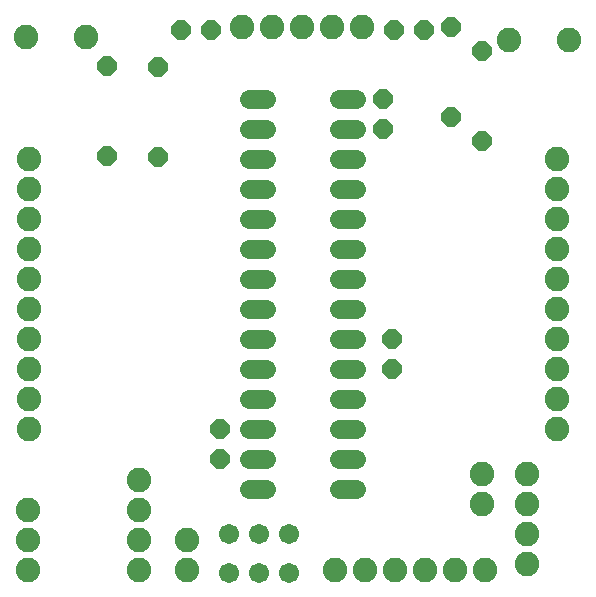
<source format=gbr>
G04 EAGLE Gerber RS-274X export*
G75*
%MOMM*%
%FSLAX34Y34*%
%LPD*%
%INSoldermask Bottom*%
%IPPOS*%
%AMOC8*
5,1,8,0,0,1.08239X$1,22.5*%
G01*
%ADD10P,1.759533X8X112.500000*%
%ADD11P,1.759533X8X292.500000*%
%ADD12P,1.759533X8X22.500000*%
%ADD13P,1.759533X8X202.500000*%
%ADD14C,1.625600*%
%ADD15C,2.082800*%
%ADD16C,1.712800*%


D10*
X322580Y393700D03*
X322580Y419100D03*
D11*
X330200Y215900D03*
X330200Y190500D03*
D10*
X184150Y114300D03*
X184150Y139700D03*
D12*
X331470Y477520D03*
X356870Y477520D03*
D13*
X176530Y477520D03*
X151130Y477520D03*
D10*
X379730Y403860D03*
X379730Y480060D03*
X132080Y369570D03*
X132080Y445770D03*
D11*
X406400Y459740D03*
X406400Y383540D03*
X88900Y447040D03*
X88900Y370840D03*
D14*
X208788Y419100D02*
X223012Y419100D01*
X223012Y393700D02*
X208788Y393700D01*
X208788Y368300D02*
X223012Y368300D01*
X223012Y342900D02*
X208788Y342900D01*
X208788Y317500D02*
X223012Y317500D01*
X223012Y292100D02*
X208788Y292100D01*
X208788Y266700D02*
X223012Y266700D01*
X223012Y241300D02*
X208788Y241300D01*
X208788Y215900D02*
X223012Y215900D01*
X223012Y190500D02*
X208788Y190500D01*
X208788Y165100D02*
X223012Y165100D01*
X223012Y139700D02*
X208788Y139700D01*
X208788Y114300D02*
X223012Y114300D01*
X223012Y88900D02*
X208788Y88900D01*
X284988Y88900D02*
X299212Y88900D01*
X299212Y114300D02*
X284988Y114300D01*
X284988Y139700D02*
X299212Y139700D01*
X299212Y165100D02*
X284988Y165100D01*
X284988Y190500D02*
X299212Y190500D01*
X299212Y215900D02*
X284988Y215900D01*
X284988Y241300D02*
X299212Y241300D01*
X299212Y266700D02*
X284988Y266700D01*
X284988Y292100D02*
X299212Y292100D01*
X299212Y317500D02*
X284988Y317500D01*
X284988Y342900D02*
X299212Y342900D01*
X299212Y368300D02*
X284988Y368300D01*
X284988Y393700D02*
X299212Y393700D01*
X299212Y419100D02*
X284988Y419100D01*
D15*
X406400Y101600D03*
X406400Y76200D03*
X469900Y368300D03*
X469900Y342900D03*
X469900Y317500D03*
X469900Y292100D03*
X469900Y266700D03*
X469900Y241300D03*
X469900Y215900D03*
X469900Y190500D03*
X469900Y165100D03*
X469900Y139700D03*
X22860Y241300D03*
X22860Y215900D03*
X22860Y190500D03*
X22860Y165100D03*
X22860Y139700D03*
X22860Y368300D03*
X22860Y342900D03*
X22860Y317500D03*
X22860Y292100D03*
X22860Y266700D03*
X21590Y71120D03*
X21590Y20320D03*
X21590Y45720D03*
X156210Y45720D03*
X156210Y20320D03*
D16*
X192170Y17790D03*
X217170Y17790D03*
X242170Y17790D03*
X242170Y50790D03*
X217170Y50790D03*
X192170Y50790D03*
D15*
X115570Y20320D03*
X115570Y45720D03*
X115570Y71120D03*
X115570Y96520D03*
X281940Y20320D03*
X307340Y20320D03*
X332740Y20320D03*
X358140Y20320D03*
X383540Y20320D03*
X408940Y20320D03*
X203200Y480060D03*
X228600Y480060D03*
X254000Y480060D03*
X279400Y480060D03*
X304800Y480060D03*
X444500Y25400D03*
X444500Y50800D03*
X444500Y76200D03*
X444500Y101600D03*
X429260Y468630D03*
X480060Y468630D03*
X71120Y471170D03*
X20320Y471170D03*
M02*

</source>
